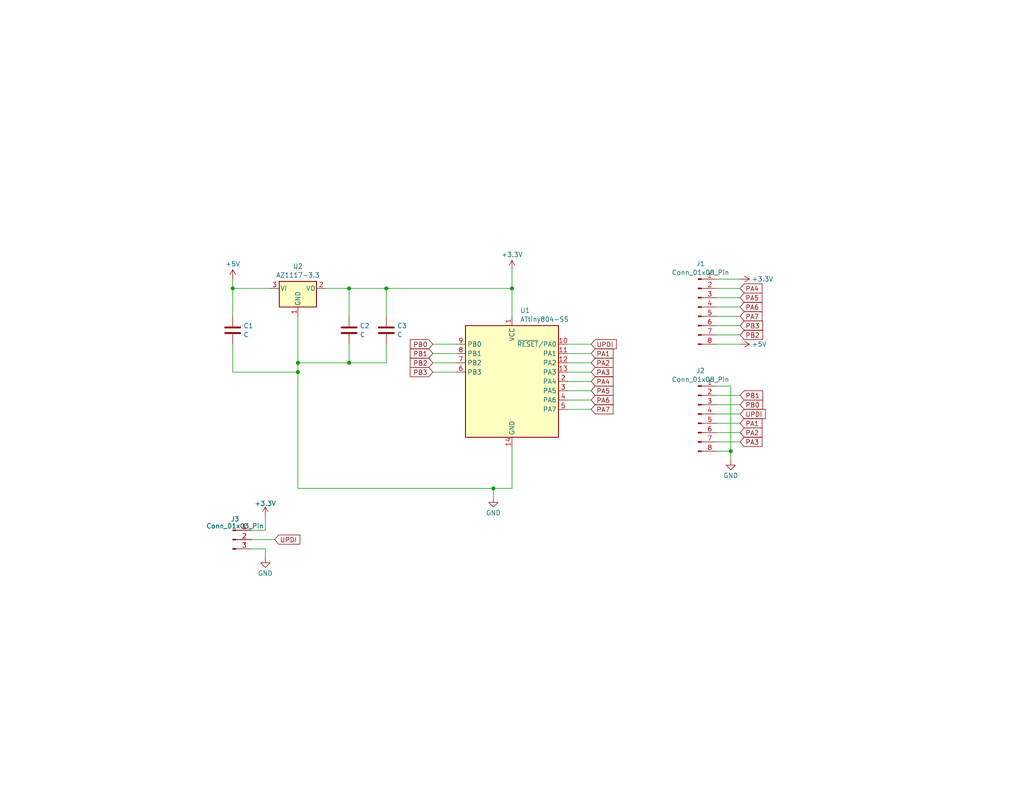
<source format=kicad_sch>
(kicad_sch (version 20230121) (generator eeschema)
  (paper "A")
  (lib_symbols
    (symbol "Connector:Conn_01x03_Pin" (pin_names (offset 1.016) hide)
      (property "Reference" "J" (at 0 5.08 0))
      (property "Value" "Conn_01x03_Pin" (at 0 -5.08 0))
      (symbol "Conn_01x03_Pin_1_1"
        (polyline (pts (xy 1.27 -2.54) (xy 0.8636 -2.54)) (stroke (width 0.1524)))
        (polyline (pts (xy 1.27 0) (xy 0.8636 0)) (stroke (width 0.1524)))
        (polyline (pts (xy 1.27 2.54) (xy 0.8636 2.54)) (stroke (width 0.1524)))
        (rectangle (start 0.8636 -2.413) (end 0 -2.667) (stroke (width 0.1524)) (fill (type outline)))
        (rectangle (start 0.8636 0.127) (end 0 -0.127) (stroke (width 0.1524)) (fill (type outline)))
        (rectangle (start 0.8636 2.667) (end 0 2.413) (stroke (width 0.1524)) (fill (type outline)))
        (pin passive line (at 5.08 2.54 180) (length 3.81) (name "Pin_1") (number "1"))
        (pin passive line (at 5.08 0 180) (length 3.81) (name "Pin_2") (number "2"))
        (pin passive line (at 5.08 -2.54 180) (length 3.81) (name "Pin_3") (number "3"))
      )
    )
    (symbol "Connector:Conn_01x08_Pin" (pin_names (offset 1.016) hide)
      (property "Reference" "J" (at 0 10.16 0))
      (property "Value" "Conn_01x08_Pin" (at 0 -12.7 0))
      (symbol "Conn_01x08_Pin_1_1"
        (polyline (pts (xy 1.27 -10.16) (xy 0.8636 -10.16)) (stroke (width 0.1524)))
        (polyline (pts (xy 1.27 -7.62) (xy 0.8636 -7.62)) (stroke (width 0.1524)))
        (polyline (pts (xy 1.27 -5.08) (xy 0.8636 -5.08)) (stroke (width 0.1524)))
        (polyline (pts (xy 1.27 -2.54) (xy 0.8636 -2.54)) (stroke (width 0.1524)))
        (polyline (pts (xy 1.27 0) (xy 0.8636 0)) (stroke (width 0.1524)))
        (polyline (pts (xy 1.27 2.54) (xy 0.8636 2.54)) (stroke (width 0.1524)))
        (polyline (pts (xy 1.27 5.08) (xy 0.8636 5.08)) (stroke (width 0.1524)))
        (polyline (pts (xy 1.27 7.62) (xy 0.8636 7.62)) (stroke (width 0.1524)))
        (rectangle (start 0.8636 -10.033) (end 0 -10.287) (stroke (width 0.1524)) (fill (type outline)))
        (rectangle (start 0.8636 -7.493) (end 0 -7.747) (stroke (width 0.1524)) (fill (type outline)))
        (rectangle (start 0.8636 -4.953) (end 0 -5.207) (stroke (width 0.1524)) (fill (type outline)))
        (rectangle (start 0.8636 -2.413) (end 0 -2.667) (stroke (width 0.1524)) (fill (type outline)))
        (rectangle (start 0.8636 0.127) (end 0 -0.127) (stroke (width 0.1524)) (fill (type outline)))
        (rectangle (start 0.8636 2.667) (end 0 2.413) (stroke (width 0.1524)) (fill (type outline)))
        (rectangle (start 0.8636 5.207) (end 0 4.953) (stroke (width 0.1524)) (fill (type outline)))
        (rectangle (start 0.8636 7.747) (end 0 7.493) (stroke (width 0.1524)) (fill (type outline)))
        (pin passive line (at 5.08 7.62 180) (length 3.81) (name "Pin_1") (number "1"))
        (pin passive line (at 5.08 5.08 180) (length 3.81) (name "Pin_2") (number "2"))
        (pin passive line (at 5.08 2.54 180) (length 3.81) (name "Pin_3") (number "3"))
        (pin passive line (at 5.08 0 180) (length 3.81) (name "Pin_4") (number "4"))
        (pin passive line (at 5.08 -2.54 180) (length 3.81) (name "Pin_5") (number "5"))
        (pin passive line (at 5.08 -5.08 180) (length 3.81) (name "Pin_6") (number "6"))
        (pin passive line (at 5.08 -7.62 180) (length 3.81) (name "Pin_7") (number "7"))
        (pin passive line (at 5.08 -10.16 180) (length 3.81) (name "Pin_8") (number "8"))
      )
    )
    (symbol "Device:C" (pin_numbers hide) (pin_names (offset 0.254))
      (property "Reference" "C" (at 0.635 2.54 0))
      (property "Value" "C" (at 0.635 -2.54 0))
      (symbol "C_0_1"
        (polyline (pts (xy -2.032 -0.762) (xy 2.032 -0.762)) (stroke (width 0.508)))
        (polyline (pts (xy -2.032 0.762) (xy 2.032 0.762)) (stroke (width 0.508)))
      )
      (symbol "C_1_1"
        (pin passive line (at 0 3.81 270) (length 2.794) (name "~") (number "1"))
        (pin passive line (at 0 -3.81 90) (length 2.794) (name "~") (number "2"))
      )
    )
    (symbol "MCU_Microchip_ATtiny:ATtiny804-SS"
      (property "Reference" "U" (at -12.7 16.51 0))
      (property "Value" "ATtiny804-SS" (at 2.54 -16.51 0))
      (symbol "ATtiny804-SS_0_1"
        (rectangle (start -12.7 -15.24) (end 12.7 15.24) (stroke (width 0.254)) (fill (type background)))
      )
      (symbol "ATtiny804-SS_1_1"
        (pin power_in line (at 0 17.78 270) (length 2.54) (name "VCC") (number "1"))
        (pin bidirectional line (at 15.24 10.16 180) (length 2.54) (name "~{RESET}/PA0") (number "10"))
        (pin bidirectional line (at 15.24 7.62 180) (length 2.54) (name "PA1") (number "11"))
        (pin bidirectional line (at 15.24 5.08 180) (length 2.54) (name "PA2") (number "12"))
        (pin bidirectional line (at 15.24 2.54 180) (length 2.54) (name "PA3") (number "13"))
        (pin power_in line (at 0 -17.78 90) (length 2.54) (name "GND") (number "14"))
        (pin bidirectional line (at 15.24 0 180) (length 2.54) (name "PA4") (number "2"))
        (pin bidirectional line (at 15.24 -2.54 180) (length 2.54) (name "PA5") (number "3"))
        (pin bidirectional line (at 15.24 -5.08 180) (length 2.54) (name "PA6") (number "4"))
        (pin bidirectional line (at 15.24 -7.62 180) (length 2.54) (name "PA7") (number "5"))
        (pin bidirectional line (at -15.24 2.54 0) (length 2.54) (name "PB3") (number "6"))
        (pin bidirectional line (at -15.24 5.08 0) (length 2.54) (name "PB2") (number "7"))
        (pin bidirectional line (at -15.24 7.62 0) (length 2.54) (name "PB1") (number "8"))
        (pin bidirectional line (at -15.24 10.16 0) (length 2.54) (name "PB0") (number "9"))
      )
    )
    (symbol "Regulator_Linear:AZ1117-3.3" (pin_names (offset 0.254))
      (property "Reference" "U" (at -3.81 3.175 0))
      (property "Value" "AZ1117-3.3" (at 0 3.175 0))
      (symbol "AZ1117-3.3_0_1"
        (rectangle (start -5.08 1.905) (end 5.08 -5.08) (stroke (width 0.254)) (fill (type background)))
      )
      (symbol "AZ1117-3.3_1_1"
        (pin power_in line (at 0 -7.62 90) (length 2.54) (name "GND") (number "1"))
        (pin power_out line (at 7.62 0 180) (length 2.54) (name "VO") (number "2"))
        (pin power_in line (at -7.62 0 0) (length 2.54) (name "VI") (number "3"))
      )
    )
    (symbol "power:+3.3V" (power) (pin_names (offset 0))
      (property "Value" "+3.3V" (at 0 3.556 0))
      (symbol "+3.3V_0_1"
        (polyline (pts (xy -0.762 1.27) (xy 0 2.54)))
        (polyline (pts (xy 0 0) (xy 0 2.54)))
        (polyline (pts (xy 0 2.54) (xy 0.762 1.27)))
      )
      (symbol "+3.3V_1_1"
        (pin power_in line (at 0 0 90) (length 0) hide (name "+3.3V") (number "1"))
      )
    )
    (symbol "power:+5V" (power) (pin_names (offset 0))
      (property "Value" "+5V" (at 0 3.556 0))
      (symbol "+5V_0_1"
        (polyline (pts (xy -0.762 1.27) (xy 0 2.54)))
        (polyline (pts (xy 0 0) (xy 0 2.54)))
        (polyline (pts (xy 0 2.54) (xy 0.762 1.27)))
      )
      (symbol "+5V_1_1"
        (pin power_in line (at 0 0 90) (length 0) hide (name "+5V") (number "1"))
      )
    )
    (symbol "power:GND" (power) (pin_names (offset 0))
      (property "Value" "GND" (at 0 -3.81 0))
      (symbol "GND_0_1"
        (polyline (pts (xy 0 0) (xy 0 -1.27) (xy 1.27 -1.27) (xy 0 -2.54) (xy -1.27 -1.27) (xy 0 -1.27)))
      )
      (symbol "GND_1_1"
        (pin power_in line (at 0 0 270) (length 0) hide (name "GND") (number "1"))
      )
    )
  )
  (junction (at 81.28 101.6))
  (junction (at 134.62 133.35))
  (junction (at 105.41 78.74))
  (junction (at 199.39 123.19))
  (junction (at 63.5 78.74))
  (junction (at 95.25 78.74))
  (junction (at 95.25 99.06))
  (junction (at 81.28 99.06))
  (junction (at 139.7 78.74))
  (wire (pts (xy 105.41 99.06) (xy 95.25 99.06)))
  (wire (pts (xy 88.9 78.74) (xy 95.25 78.74)))
  (wire (pts (xy 199.39 105.41) (xy 199.39 123.19)))
  (wire (pts (xy 199.39 123.19) (xy 199.39 125.73)))
  (wire (pts (xy 154.94 93.98) (xy 161.29 93.98)))
  (wire (pts (xy 195.58 123.19) (xy 199.39 123.19)))
  (wire (pts (xy 72.39 149.86) (xy 72.39 152.4)))
  (wire (pts (xy 95.25 78.74) (xy 95.25 86.36)))
  (wire (pts (xy 195.58 91.44) (xy 201.93 91.44)))
  (wire (pts (xy 195.58 88.9) (xy 201.93 88.9)))
  (wire (pts (xy 105.41 93.98) (xy 105.41 99.06)))
  (wire (pts (xy 105.41 78.74) (xy 105.41 86.36)))
  (wire (pts (xy 95.25 99.06) (xy 81.28 99.06)))
  (wire (pts (xy 195.58 78.74) (xy 201.93 78.74)))
  (wire (pts (xy 139.7 133.35) (xy 139.7 121.92)))
  (wire (pts (xy 154.94 106.68) (xy 161.29 106.68)))
  (wire (pts (xy 195.58 120.65) (xy 201.93 120.65)))
  (wire (pts (xy 68.58 147.32) (xy 74.93 147.32)))
  (wire (pts (xy 195.58 81.28) (xy 201.93 81.28)))
  (wire (pts (xy 63.5 76.2) (xy 63.5 78.74)))
  (wire (pts (xy 81.28 101.6) (xy 81.28 133.35)))
  (wire (pts (xy 63.5 101.6) (xy 81.28 101.6)))
  (wire (pts (xy 195.58 76.2) (xy 201.93 76.2)))
  (wire (pts (xy 195.58 113.03) (xy 201.93 113.03)))
  (wire (pts (xy 105.41 78.74) (xy 139.7 78.74)))
  (wire (pts (xy 134.62 133.35) (xy 134.62 135.89)))
  (wire (pts (xy 154.94 96.52) (xy 161.29 96.52)))
  (wire (pts (xy 195.58 105.41) (xy 199.39 105.41)))
  (wire (pts (xy 154.94 99.06) (xy 161.29 99.06)))
  (wire (pts (xy 195.58 115.57) (xy 201.93 115.57)))
  (wire (pts (xy 81.28 99.06) (xy 81.28 101.6)))
  (wire (pts (xy 72.39 144.78) (xy 68.58 144.78)))
  (wire (pts (xy 68.58 149.86) (xy 72.39 149.86)))
  (wire (pts (xy 195.58 83.82) (xy 201.93 83.82)))
  (wire (pts (xy 139.7 73.66) (xy 139.7 78.74)))
  (wire (pts (xy 63.5 78.74) (xy 63.5 86.36)))
  (wire (pts (xy 134.62 133.35) (xy 139.7 133.35)))
  (wire (pts (xy 154.94 104.14) (xy 161.29 104.14)))
  (wire (pts (xy 154.94 109.22) (xy 161.29 109.22)))
  (wire (pts (xy 118.11 101.6) (xy 124.46 101.6)))
  (wire (pts (xy 81.28 86.36) (xy 81.28 99.06)))
  (wire (pts (xy 154.94 111.76) (xy 161.29 111.76)))
  (wire (pts (xy 195.58 107.95) (xy 201.93 107.95)))
  (wire (pts (xy 195.58 86.36) (xy 201.93 86.36)))
  (wire (pts (xy 118.11 93.98) (xy 124.46 93.98)))
  (wire (pts (xy 118.11 99.06) (xy 124.46 99.06)))
  (wire (pts (xy 63.5 78.74) (xy 73.66 78.74)))
  (wire (pts (xy 118.11 96.52) (xy 124.46 96.52)))
  (wire (pts (xy 95.25 93.98) (xy 95.25 99.06)))
  (wire (pts (xy 154.94 101.6) (xy 161.29 101.6)))
  (wire (pts (xy 95.25 78.74) (xy 105.41 78.74)))
  (wire (pts (xy 195.58 110.49) (xy 201.93 110.49)))
  (wire (pts (xy 195.58 118.11) (xy 201.93 118.11)))
  (wire (pts (xy 63.5 93.98) (xy 63.5 101.6)))
  (wire (pts (xy 72.39 140.97) (xy 72.39 144.78)))
  (wire (pts (xy 139.7 78.74) (xy 139.7 86.36)))
  (wire (pts (xy 81.28 133.35) (xy 134.62 133.35)))
  (wire (pts (xy 195.58 93.98) (xy 201.93 93.98)))
  (global_label "PA5" (shape input) (at 201.93 81.28 0) (property "Intersheetrefs" "${INTERSHEET_REFS}" (effects hide)))
  (global_label "PA3" (shape input) (at 161.29 101.6 0) (property "Intersheetrefs" "${INTERSHEET_REFS}" (effects hide)))
  (global_label "PB2" (shape input) (at 118.11 99.06 180) (property "Intersheetrefs" "${INTERSHEET_REFS}" (effects hide)))
  (global_label "PB2" (shape input) (at 201.93 91.44 0) (property "Intersheetrefs" "${INTERSHEET_REFS}" (effects hide)))
  (global_label "PB0" (shape input) (at 201.93 110.49 0) (property "Intersheetrefs" "${INTERSHEET_REFS}" (effects hide)))
  (global_label "PB1" (shape input) (at 118.11 96.52 180) (property "Intersheetrefs" "${INTERSHEET_REFS}" (effects hide)))
  (global_label "PA5" (shape input) (at 161.29 106.68 0) (property "Intersheetrefs" "${INTERSHEET_REFS}" (effects hide)))
  (global_label "PB0" (shape input) (at 118.11 93.98 180) (property "Intersheetrefs" "${INTERSHEET_REFS}" (effects hide)))
  (global_label "PA4" (shape input) (at 201.93 78.74 0) (property "Intersheetrefs" "${INTERSHEET_REFS}" (effects hide)))
  (global_label "UPDI" (shape input) (at 74.93 147.32 0) (property "Intersheetrefs" "${INTERSHEET_REFS}" (effects hide)))
  (global_label "UPDI" (shape input) (at 161.29 93.98 0) (property "Intersheetrefs" "${INTERSHEET_REFS}" (effects hide)))
  (global_label "PA4" (shape input) (at 161.29 104.14 0) (property "Intersheetrefs" "${INTERSHEET_REFS}" (effects hide)))
  (global_label "PB3" (shape input) (at 118.11 101.6 180) (property "Intersheetrefs" "${INTERSHEET_REFS}" (effects hide)))
  (global_label "PA6" (shape input) (at 161.29 109.22 0) (property "Intersheetrefs" "${INTERSHEET_REFS}" (effects hide)))
  (global_label "UPDI" (shape input) (at 201.93 113.03 0) (property "Intersheetrefs" "${INTERSHEET_REFS}" (effects hide)))
  (global_label "PA2" (shape input) (at 201.93 118.11 0) (property "Intersheetrefs" "${INTERSHEET_REFS}" (effects hide)))
  (global_label "PA1" (shape input) (at 201.93 115.57 0) (property "Intersheetrefs" "${INTERSHEET_REFS}" (effects hide)))
  (global_label "PB3" (shape input) (at 201.93 88.9 0) (property "Intersheetrefs" "${INTERSHEET_REFS}" (effects hide)))
  (global_label "PA3" (shape input) (at 201.93 120.65 0) (property "Intersheetrefs" "${INTERSHEET_REFS}" (effects hide)))
  (global_label "PA1" (shape input) (at 161.29 96.52 0) (property "Intersheetrefs" "${INTERSHEET_REFS}" (effects hide)))
  (global_label "PA6" (shape input) (at 201.93 83.82 0) (property "Intersheetrefs" "${INTERSHEET_REFS}" (effects hide)))
  (global_label "PA7" (shape input) (at 201.93 86.36 0) (property "Intersheetrefs" "${INTERSHEET_REFS}" (effects hide)))
  (global_label "PA7" (shape input) (at 161.29 111.76 0) (property "Intersheetrefs" "${INTERSHEET_REFS}" (effects hide)))
  (global_label "PA2" (shape input) (at 161.29 99.06 0) (property "Intersheetrefs" "${INTERSHEET_REFS}" (effects hide)))
  (global_label "PB1" (shape input) (at 201.93 107.95 0) (property "Intersheetrefs" "${INTERSHEET_REFS}" (effects hide)))
  (symbol (lib_id "power:+5V") (at 63.5 76.2 0) (unit 1)
    (property "Reference" "#PWR03" (effects hide))
    (property "Value" "+5V" (at 63.5 72.0669 0))
  )
  (symbol (lib_id "Device:C") (at 105.41 90.17 0) (unit 1)
    (property "Reference" "C3" (at 108.331 88.9579 0) (effects (justify left)))
    (property "Value" "C" (at 108.331 91.3821 0) (effects (justify left)))
    (property "Footprint" "Capacitor_SMD:C_0805_2012Metric_Pad1.18x1.45mm_HandSolder" (effects hide))
  )
  (symbol (lib_id "power:+3.3V") (at 201.93 76.2 270) (unit 1)
    (property "Reference" "#PWR06" (effects hide))
    (property "Value" "+3.3V" (at 205.105 76.2 90) (effects (justify left)))
  )
  (symbol (lib_id "Device:C") (at 95.25 90.17 0) (unit 1)
    (property "Reference" "C2" (at 98.171 88.9579 0) (effects (justify left)))
    (property "Value" "C" (at 98.171 91.3821 0) (effects (justify left)))
    (property "Footprint" "Capacitor_SMD:C_1206_3216Metric" (effects hide))
  )
  (symbol (lib_id "MCU_Microchip_ATtiny:ATtiny804-SS") (at 139.7 104.14 0) (unit 1)
    (property "Reference" "U1" (at 141.8941 84.7557 0) (effects (justify left)))
    (property "Value" "ATtiny804-SS" (at 141.8941 87.1799 0) (effects (justify left)))
    (property "Footprint" "Package_SO:SOIC-14_3.9x8.7mm_P1.27mm" (effects hide))
    (property "Datasheet" "http://ww1.microchip.com/downloads/en/DeviceDoc/ATtiny804_1604-Data-Sheet-40002028A.pdf" (effects hide))
  )
  (symbol (lib_id "power:GND") (at 199.39 125.73 0) (mirror y) (unit 1)
    (property "Reference" "#PWR07" (effects hide))
    (property "Value" "GND" (at 199.39 129.8631 0))
  )
  (symbol (lib_id "Regulator_Linear:AZ1117-3.3") (at 81.28 78.74 0) (unit 1)
    (property "Reference" "U2" (at 81.28 72.6907 0))
    (property "Value" "AZ1117-3.3" (at 81.28 75.1149 0))
    (property "Footprint" "Package_TO_SOT_SMD:SOT-89-3_Handsoldering" (effects hide))
    (property "Datasheet" "https://www.diodes.com/assets/Datasheets/AZ1117.pdf" (effects hide))
  )
  (symbol (lib_id "Connector:Conn_01x03_Pin") (at 63.5 147.32 0) (unit 1)
    (property "Reference" "J3" (at 64.135 141.6939 0))
    (property "Value" "Conn_01x03_Pin" (at 64.135 143.6149 0))
    (property "Footprint" "footprints:JST_ZH_B3B-ZR_1x03_P1.50mm_Vertical" (effects hide))
  )
  (symbol (lib_id "power:+3.3V") (at 72.39 140.97 0) (unit 1)
    (property "Reference" "#PWR04" (effects hide))
    (property "Value" "+3.3V" (at 72.39 137.4681 0))
  )
  (symbol (lib_id "power:GND") (at 134.62 135.89 0) (unit 1)
    (property "Reference" "#PWR01" (effects hide))
    (property "Value" "GND" (at 134.62 140.0231 0))
  )
  (symbol (lib_id "power:GND") (at 72.39 152.4 0) (unit 1)
    (property "Reference" "#PWR05" (effects hide))
    (property "Value" "GND" (at 72.39 156.5355 0))
  )
  (symbol (lib_id "power:+5V") (at 201.93 93.98 270) (unit 1)
    (property "Reference" "#PWR08" (effects hide))
    (property "Value" "+5V" (at 205.105 93.98 90) (effects (justify left)))
  )
  (symbol (lib_id "Device:C") (at 63.5 90.17 0) (unit 1)
    (property "Reference" "C1" (at 66.421 88.9579 0) (effects (justify left)))
    (property "Value" "C" (at 66.421 91.3821 0) (effects (justify left)))
    (property "Footprint" "Capacitor_SMD:C_1206_3216Metric" (effects hide))
  )
  (symbol (lib_id "power:+3.3V") (at 139.7 73.66 0) (unit 1)
    (property "Reference" "#PWR02" (effects hide))
    (property "Value" "+3.3V" (at 139.7 69.5269 0))
  )
  (symbol (lib_id "Connector:Conn_01x08_Pin") (at 190.5 113.03 0) (unit 1)
    (property "Reference" "J2" (at 191.135 101.1895 0))
    (property "Value" "Conn_01x08_Pin" (at 191.135 103.6137 0))
    (property "Footprint" "Connector_PinHeader_2.54mm:PinHeader_1x08_P2.54mm_Vertical" (effects hide))
  )
  (symbol (lib_id "Connector:Conn_01x08_Pin") (at 190.5 83.82 0) (unit 1)
    (property "Reference" "J1" (at 191.135 71.9795 0))
    (property "Value" "Conn_01x08_Pin" (at 191.135 74.4037 0))
    (property "Footprint" "Connector_PinHeader_2.54mm:PinHeader_1x08_P2.54mm_Vertical" (effects hide))
  )
)
</source>
